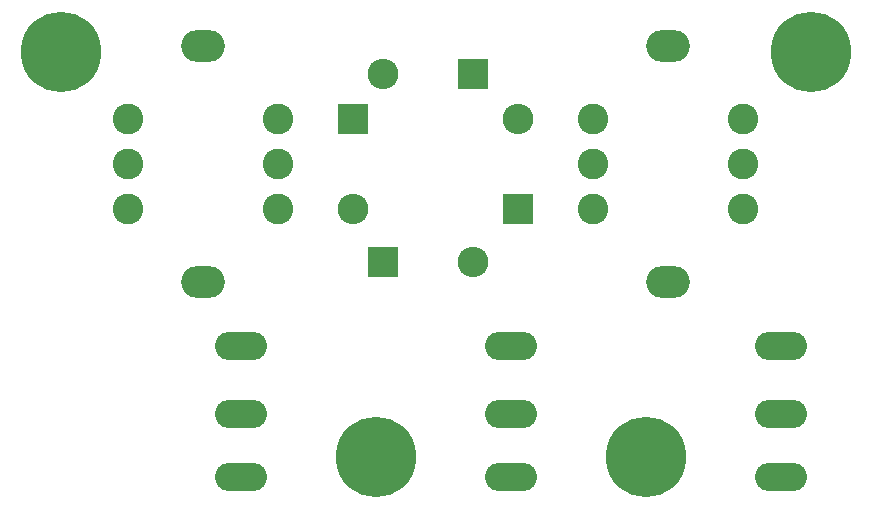
<source format=gbs>
G04 #@! TF.FileFunction,Soldermask,Bot*
%FSLAX46Y46*%
G04 Gerber Fmt 4.6, Leading zero omitted, Abs format (unit mm)*
G04 Created by KiCad (PCBNEW 4.0.7) date Monday 10 September 2018 20:52:00*
%MOMM*%
%LPD*%
G01*
G04 APERTURE LIST*
%ADD10C,0.100000*%
%ADD11O,3.702000X2.686000*%
%ADD12C,2.600000*%
%ADD13O,4.400000X2.400000*%
%ADD14C,6.800000*%
%ADD15R,2.600000X2.600000*%
%ADD16O,2.600000X2.600000*%
G04 APERTURE END LIST*
D10*
D11*
X176530000Y-116662200D03*
X176530000Y-96697800D03*
D12*
X182880000Y-106680000D03*
X182880000Y-110490000D03*
X182880000Y-102870000D03*
X170180000Y-102870000D03*
X170180000Y-106680000D03*
X170180000Y-110490000D03*
D11*
X137160000Y-116662200D03*
X137160000Y-96697800D03*
D12*
X143510000Y-106680000D03*
X143510000Y-110490000D03*
X143510000Y-102870000D03*
X130810000Y-102870000D03*
X130810000Y-106680000D03*
X130810000Y-110490000D03*
D13*
X186055000Y-122055000D03*
X186055000Y-127855000D03*
X186055000Y-133155000D03*
D14*
X151765000Y-131445000D03*
X174625000Y-131445000D03*
X188595000Y-97155000D03*
D15*
X149860000Y-102870000D03*
D16*
X149860000Y-110490000D03*
D15*
X160020000Y-99060000D03*
D16*
X152400000Y-99060000D03*
D15*
X152400000Y-114935000D03*
D16*
X160020000Y-114935000D03*
D15*
X163830000Y-110490000D03*
D16*
X163830000Y-102870000D03*
D13*
X140335000Y-122055000D03*
X140335000Y-127855000D03*
X140335000Y-133155000D03*
X163195000Y-122055000D03*
X163195000Y-127855000D03*
X163195000Y-133155000D03*
D14*
X125095000Y-97155000D03*
M02*

</source>
